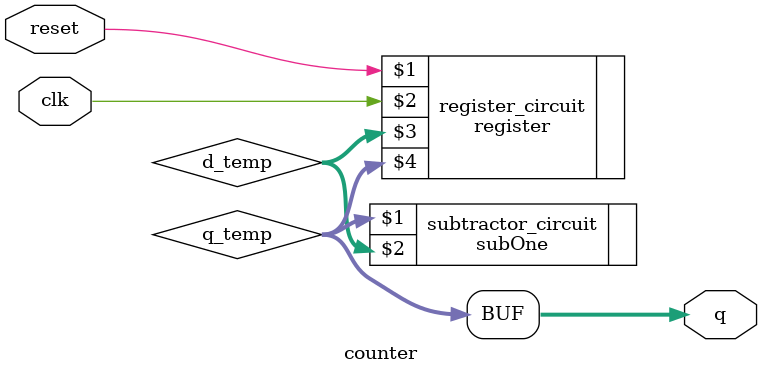
<source format=v>
module counter (
    input wire reset,
    input wire clk,
    output wire [3:0] q
);

wire [3:0] d_temp, q_temp;

register register_circuit (reset, clk, d_temp, q_temp);

subOne subtractor_circuit (q_temp, d_temp);

assign q = q_temp;

endmodule
</source>
